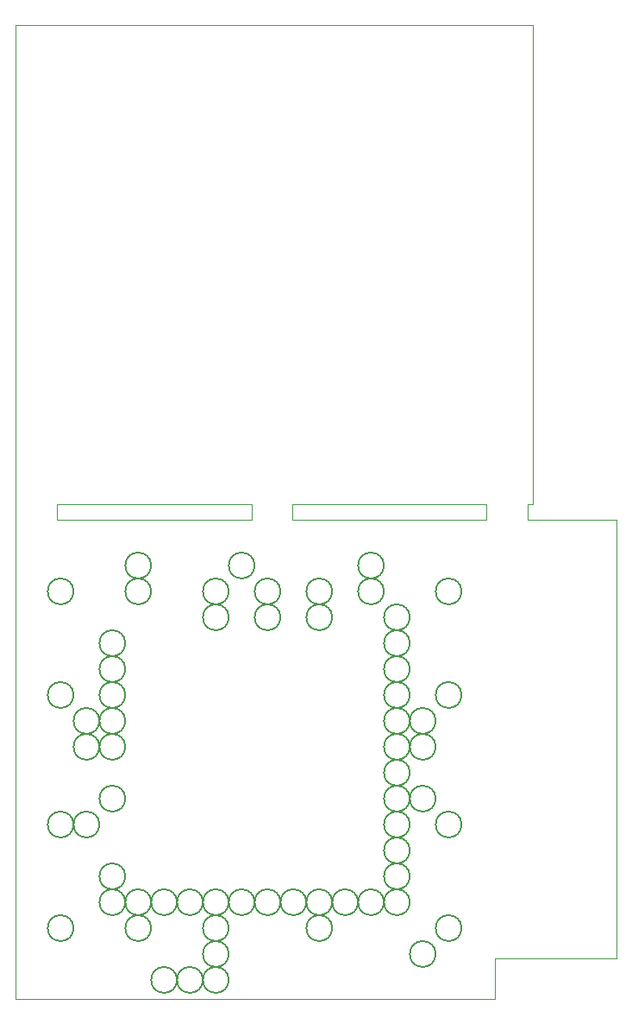
<source format=gbo>
G04 #@! TF.GenerationSoftware,KiCad,Pcbnew,5.1.9*
G04 #@! TF.CreationDate,2021-05-27T11:52:35+02:00*
G04 #@! TF.ProjectId,68040_68060_adapter,36383034-305f-4363-9830-36305f616461,0.2*
G04 #@! TF.SameCoordinates,Original*
G04 #@! TF.FileFunction,Legend,Bot*
G04 #@! TF.FilePolarity,Positive*
%FSLAX46Y46*%
G04 Gerber Fmt 4.6, Leading zero omitted, Abs format (unit mm)*
G04 Created by KiCad (PCBNEW 5.1.9) date 2021-05-27 11:52:35*
%MOMM*%
%LPD*%
G01*
G04 APERTURE LIST*
G04 #@! TA.AperFunction,Profile*
%ADD10C,0.050000*%
G04 #@! TD*
%ADD11C,0.127000*%
%ADD12C,2.012400*%
%ADD13C,1.500000*%
%ADD14O,1.700000X1.700000*%
%ADD15R,1.700000X1.700000*%
G04 APERTURE END LIST*
D10*
X161928800Y-90550000D02*
X162500000Y-90550000D01*
X161928800Y-90550000D02*
X161928800Y-92151000D01*
X158750000Y-135128000D02*
X170688000Y-135128000D01*
X158750000Y-139141200D02*
X158750000Y-135128000D01*
X157930000Y-92140000D02*
X138810000Y-92140000D01*
X138810000Y-90550000D02*
X157930000Y-90550000D01*
X157930000Y-90550000D02*
X157930000Y-92140000D01*
X138810000Y-90550000D02*
X138810000Y-92140000D01*
X111644200Y-43561000D02*
X111644200Y-139141000D01*
X134850000Y-92140000D02*
X115730000Y-92140000D01*
X115730000Y-90550000D02*
X134850000Y-90550000D01*
X134850000Y-90550000D02*
X134850000Y-92140000D01*
X162500000Y-90550000D02*
X162500000Y-43561000D01*
X170699200Y-92151000D02*
X161928800Y-92151000D01*
X115730000Y-90550000D02*
X115730000Y-92140000D01*
X162500000Y-43561000D02*
X111644200Y-43561000D01*
X111644200Y-139141000D02*
X158750000Y-139141200D01*
X170688000Y-135128000D02*
X170699200Y-92151000D01*
D11*
X124979200Y-96596000D02*
G75*
G03*
X124979200Y-96596000I-1270000J0D01*
G01*
X135139200Y-96596000D02*
G75*
G03*
X135139200Y-96596000I-1270000J0D01*
G01*
X117359200Y-121996000D02*
G75*
G03*
X117359200Y-121996000I-1270000J0D01*
G01*
X117359200Y-109296000D02*
G75*
G03*
X117359200Y-109296000I-1270000J0D01*
G01*
X132599200Y-137236000D02*
G75*
G03*
X132599200Y-137236000I-1270000J0D01*
G01*
X130059200Y-137236000D02*
G75*
G03*
X130059200Y-137236000I-1270000J0D01*
G01*
X127519200Y-137236000D02*
G75*
G03*
X127519200Y-137236000I-1270000J0D01*
G01*
X142759200Y-99136000D02*
G75*
G03*
X142759200Y-99136000I-1270000J0D01*
G01*
X137679200Y-99136000D02*
G75*
G03*
X137679200Y-99136000I-1270000J0D01*
G01*
X132599200Y-99136000D02*
G75*
G03*
X132599200Y-99136000I-1270000J0D01*
G01*
X124979200Y-99136000D02*
G75*
G03*
X124979200Y-99136000I-1270000J0D01*
G01*
X117359200Y-99136000D02*
G75*
G03*
X117359200Y-99136000I-1270000J0D01*
G01*
X119899200Y-121996000D02*
G75*
G03*
X119899200Y-121996000I-1270000J0D01*
G01*
X119899200Y-114376000D02*
G75*
G03*
X119899200Y-114376000I-1270000J0D01*
G01*
X119899200Y-111836000D02*
G75*
G03*
X119899200Y-111836000I-1270000J0D01*
G01*
X142759200Y-132156000D02*
G75*
G03*
X142759200Y-132156000I-1270000J0D01*
G01*
X132599200Y-134696000D02*
G75*
G03*
X132599200Y-134696000I-1270000J0D01*
G01*
X132599200Y-132156000D02*
G75*
G03*
X132599200Y-132156000I-1270000J0D01*
G01*
X124979200Y-132156000D02*
G75*
G03*
X124979200Y-132156000I-1270000J0D01*
G01*
X117359200Y-132156000D02*
G75*
G03*
X117359200Y-132156000I-1270000J0D01*
G01*
X147839200Y-96596000D02*
G75*
G03*
X147839200Y-96596000I-1270000J0D01*
G01*
X147839200Y-99136000D02*
G75*
G03*
X147839200Y-99136000I-1270000J0D01*
G01*
X155459200Y-99136000D02*
G75*
G03*
X155459200Y-99136000I-1270000J0D01*
G01*
X152919200Y-111836000D02*
G75*
G03*
X152919200Y-111836000I-1270000J0D01*
G01*
X152919200Y-114376000D02*
G75*
G03*
X152919200Y-114376000I-1270000J0D01*
G01*
X152919200Y-119456000D02*
G75*
G03*
X152919200Y-119456000I-1270000J0D01*
G01*
X152919200Y-134696000D02*
G75*
G03*
X152919200Y-134696000I-1270000J0D01*
G01*
X155459200Y-132156000D02*
G75*
G03*
X155459200Y-132156000I-1270000J0D01*
G01*
X155459200Y-121996000D02*
G75*
G03*
X155459200Y-121996000I-1270000J0D01*
G01*
X155459200Y-109296000D02*
G75*
G03*
X155459200Y-109296000I-1270000J0D01*
G01*
X132599200Y-101676000D02*
G75*
G03*
X132599200Y-101676000I-1270000J0D01*
G01*
X137679200Y-101676000D02*
G75*
G03*
X137679200Y-101676000I-1270000J0D01*
G01*
X142759200Y-101676000D02*
G75*
G03*
X142759200Y-101676000I-1270000J0D01*
G01*
X150379200Y-101676000D02*
G75*
G03*
X150379200Y-101676000I-1270000J0D01*
G01*
X122439200Y-104216000D02*
G75*
G03*
X122439200Y-104216000I-1270000J0D01*
G01*
X122439200Y-106756000D02*
G75*
G03*
X122439200Y-106756000I-1270000J0D01*
G01*
X122439200Y-109296000D02*
G75*
G03*
X122439200Y-109296000I-1270000J0D01*
G01*
X122439200Y-111836000D02*
G75*
G03*
X122439200Y-111836000I-1270000J0D01*
G01*
X122439200Y-114376000D02*
G75*
G03*
X122439200Y-114376000I-1270000J0D01*
G01*
X122439200Y-119456000D02*
G75*
G03*
X122439200Y-119456000I-1270000J0D01*
G01*
X122439200Y-129616000D02*
G75*
G03*
X122439200Y-129616000I-1270000J0D01*
G01*
X124979200Y-129616000D02*
G75*
G03*
X124979200Y-129616000I-1270000J0D01*
G01*
X127519200Y-129616000D02*
G75*
G03*
X127519200Y-129616000I-1270000J0D01*
G01*
X130059200Y-129616000D02*
G75*
G03*
X130059200Y-129616000I-1270000J0D01*
G01*
X132599200Y-129616000D02*
G75*
G03*
X132599200Y-129616000I-1270000J0D01*
G01*
X135139200Y-129616000D02*
G75*
G03*
X135139200Y-129616000I-1270000J0D01*
G01*
X137679200Y-129616000D02*
G75*
G03*
X137679200Y-129616000I-1270000J0D01*
G01*
X140219200Y-129616000D02*
G75*
G03*
X140219200Y-129616000I-1270000J0D01*
G01*
X142759200Y-129616000D02*
G75*
G03*
X142759200Y-129616000I-1270000J0D01*
G01*
X145299200Y-129616000D02*
G75*
G03*
X145299200Y-129616000I-1270000J0D01*
G01*
X147839200Y-129616000D02*
G75*
G03*
X147839200Y-129616000I-1270000J0D01*
G01*
X150379200Y-129616000D02*
G75*
G03*
X150379200Y-129616000I-1270000J0D01*
G01*
X150379200Y-104216000D02*
G75*
G03*
X150379200Y-104216000I-1270000J0D01*
G01*
X150379200Y-106756000D02*
G75*
G03*
X150379200Y-106756000I-1270000J0D01*
G01*
X150379200Y-109296000D02*
G75*
G03*
X150379200Y-109296000I-1270000J0D01*
G01*
X150379200Y-111836000D02*
G75*
G03*
X150379200Y-111836000I-1270000J0D01*
G01*
X150379200Y-114376000D02*
G75*
G03*
X150379200Y-114376000I-1270000J0D01*
G01*
X150379200Y-116916000D02*
G75*
G03*
X150379200Y-116916000I-1270000J0D01*
G01*
X150379200Y-119456000D02*
G75*
G03*
X150379200Y-119456000I-1270000J0D01*
G01*
X150379200Y-121996000D02*
G75*
G03*
X150379200Y-121996000I-1270000J0D01*
G01*
X150379200Y-124536000D02*
G75*
G03*
X150379200Y-124536000I-1270000J0D01*
G01*
X150379200Y-127076000D02*
G75*
G03*
X150379200Y-127076000I-1270000J0D01*
G01*
X122439200Y-127076000D02*
G75*
G03*
X122439200Y-127076000I-1270000J0D01*
G01*
%LPC*%
D12*
X138949200Y-127076000D03*
X141489200Y-127076000D03*
X144029200Y-127076000D03*
X146569200Y-127076000D03*
X121169200Y-127076000D03*
X149109200Y-127076000D03*
X149109200Y-124536000D03*
X149109200Y-121996000D03*
X149109200Y-119456000D03*
X149109200Y-116916000D03*
X149109200Y-114376000D03*
X149109200Y-111836000D03*
X149109200Y-109296000D03*
X149109200Y-106756000D03*
X149109200Y-104216000D03*
X149109200Y-129616000D03*
X146569200Y-129616000D03*
X144029200Y-129616000D03*
X141489200Y-129616000D03*
X138949200Y-129616000D03*
X136409200Y-129616000D03*
X133869200Y-129616000D03*
X131329200Y-129616000D03*
X128789200Y-129616000D03*
X126249200Y-129616000D03*
X123709200Y-129616000D03*
X121169200Y-129616000D03*
X121169200Y-119456000D03*
X121169200Y-114376000D03*
X121169200Y-111836000D03*
X121169200Y-109296000D03*
X121169200Y-106756000D03*
X121169200Y-104216000D03*
X149109200Y-101676000D03*
X141489200Y-101676000D03*
X136409200Y-101676000D03*
X131329200Y-101676000D03*
X156729200Y-94056000D03*
X156729200Y-137236000D03*
X146569200Y-134696000D03*
X146569200Y-137236000D03*
X149109200Y-137236000D03*
X149109200Y-134696000D03*
X149109200Y-132156000D03*
X146569200Y-132156000D03*
X156729200Y-134696000D03*
X156729200Y-132156000D03*
X156729200Y-129616000D03*
X156729200Y-127076000D03*
X156729200Y-124536000D03*
X156729200Y-121996000D03*
X156729200Y-119456000D03*
X156729200Y-116916000D03*
X156729200Y-114376000D03*
X156729200Y-111836000D03*
X156729200Y-109296000D03*
X154189200Y-109296000D03*
X154189200Y-111836000D03*
X154189200Y-114376000D03*
X154189200Y-116916000D03*
X154189200Y-119456000D03*
X154189200Y-121996000D03*
X154189200Y-124536000D03*
X154189200Y-127076000D03*
X154189200Y-129616000D03*
X154189200Y-132156000D03*
X154189200Y-134696000D03*
X154189200Y-137236000D03*
X151649200Y-137236000D03*
X151649200Y-134696000D03*
X151649200Y-132156000D03*
X151649200Y-127076000D03*
X151649200Y-124536000D03*
X151649200Y-121996000D03*
X151649200Y-119456000D03*
X151649200Y-116916000D03*
X151649200Y-114376000D03*
X151649200Y-111836000D03*
X151649200Y-109296000D03*
X156729200Y-106756000D03*
X154189200Y-106756000D03*
X151649200Y-106756000D03*
X156729200Y-104216000D03*
X154189200Y-104216000D03*
X151649200Y-104216000D03*
X156729200Y-101676000D03*
X154189200Y-101676000D03*
X151649200Y-101676000D03*
X156729200Y-99136000D03*
X156729200Y-96596000D03*
X154189200Y-99136000D03*
X154189200Y-96596000D03*
X151649200Y-99136000D03*
X151649200Y-96596000D03*
X149109200Y-99136000D03*
X149109200Y-96596000D03*
X146569200Y-99136000D03*
X146569200Y-96596000D03*
X116089200Y-132156000D03*
X116089200Y-134696000D03*
X116089200Y-137236000D03*
X118629200Y-137236000D03*
X118629200Y-134696000D03*
X118629200Y-132156000D03*
X118629200Y-129616000D03*
X116089200Y-129616000D03*
X118629200Y-127076000D03*
X116089200Y-127076000D03*
X154189200Y-94056000D03*
X151649200Y-94056000D03*
X149109200Y-94056000D03*
X146569200Y-94056000D03*
X113549200Y-134696000D03*
X113549200Y-132156000D03*
X113549200Y-129616000D03*
X113549200Y-127076000D03*
X121169200Y-132156000D03*
X123709200Y-132156000D03*
X126249200Y-132156000D03*
X131329200Y-132156000D03*
X133869200Y-132156000D03*
X138949200Y-132156000D03*
X138949200Y-134696000D03*
X136409200Y-134696000D03*
X133869200Y-134696000D03*
X131329200Y-134696000D03*
X128789200Y-134696000D03*
X126249200Y-134696000D03*
X123709200Y-134696000D03*
X121169200Y-134696000D03*
X141489200Y-132156000D03*
X118629200Y-101676000D03*
X118629200Y-104216000D03*
X118629200Y-106756000D03*
X118629200Y-109296000D03*
X118629200Y-111836000D03*
X118629200Y-114376000D03*
X118629200Y-116916000D03*
X118629200Y-119456000D03*
X118629200Y-121996000D03*
X113549200Y-124536000D03*
X116089200Y-99136000D03*
X118629200Y-99136000D03*
X121169200Y-99136000D03*
X123709200Y-99136000D03*
X126249200Y-99136000D03*
X128789200Y-99136000D03*
X131329200Y-99136000D03*
X133869200Y-99136000D03*
X136409200Y-99136000D03*
X138949200Y-99136000D03*
X141489200Y-99136000D03*
X113549200Y-99136000D03*
X144029200Y-99136000D03*
X118629200Y-124536000D03*
X121169200Y-137236000D03*
X123709200Y-137236000D03*
X126249200Y-137236000D03*
X128789200Y-137236000D03*
X131329200Y-137236000D03*
X136409200Y-137236000D03*
X138949200Y-137236000D03*
X144029200Y-137236000D03*
X116089200Y-124536000D03*
X116089200Y-101676000D03*
X116089200Y-104216000D03*
X116089200Y-106756000D03*
X116089200Y-109296000D03*
X116089200Y-111836000D03*
X116089200Y-114376000D03*
X116089200Y-116916000D03*
X116089200Y-119456000D03*
X116089200Y-121996000D03*
X144029200Y-134696000D03*
X144029200Y-132156000D03*
X141489200Y-96596000D03*
X138949200Y-96596000D03*
X136409200Y-96596000D03*
X133869200Y-96596000D03*
X131329200Y-96596000D03*
X128789200Y-96596000D03*
X126249200Y-96596000D03*
X123709200Y-96596000D03*
X121169200Y-96596000D03*
X118629200Y-96596000D03*
X116089200Y-96596000D03*
X113549200Y-96596000D03*
X113549200Y-101676000D03*
X113549200Y-104216000D03*
X113549200Y-106756000D03*
X113549200Y-109296000D03*
X113549200Y-111836000D03*
X113549200Y-114376000D03*
X113549200Y-116916000D03*
X113549200Y-119456000D03*
X113549200Y-121996000D03*
X144029200Y-96596000D03*
X144029200Y-94056000D03*
X141489200Y-94056000D03*
X138949200Y-94056000D03*
X136409200Y-94056000D03*
X133869200Y-94056000D03*
X131329200Y-94056000D03*
X128789200Y-94056000D03*
X126249200Y-94056000D03*
X123709200Y-94056000D03*
X121169200Y-94056000D03*
X118629200Y-94056000D03*
X116089200Y-94056000D03*
X113549200Y-94056000D03*
X160328000Y-110566000D03*
X160328000Y-108026000D03*
X160328000Y-105486000D03*
X160328000Y-102946000D03*
X160328000Y-100406000D03*
X160328000Y-97866000D03*
X160346000Y-49276000D03*
X160346000Y-51816000D03*
X160346000Y-54356000D03*
X160346000Y-56896000D03*
X160346000Y-59436000D03*
X160346000Y-61976000D03*
X138967200Y-78486000D03*
X141507200Y-78486000D03*
X144047200Y-78486000D03*
X146587200Y-78486000D03*
X113567200Y-45466000D03*
X116107200Y-45466000D03*
X118647200Y-45466000D03*
X121187200Y-45466000D03*
X123727200Y-45466000D03*
X126267200Y-45466000D03*
X128807200Y-45466000D03*
X131347200Y-45466000D03*
X133887200Y-45466000D03*
X136427200Y-45466000D03*
X138967200Y-45466000D03*
X141507200Y-45466000D03*
X144047200Y-45466000D03*
X144047200Y-48006000D03*
X113567200Y-73406000D03*
X113567200Y-70866000D03*
X113567200Y-68326000D03*
X113567200Y-65786000D03*
X113567200Y-63246000D03*
X113567200Y-60706000D03*
X113567200Y-58166000D03*
X113567200Y-55626000D03*
X113567200Y-53086000D03*
X113567200Y-48006000D03*
X116107200Y-48006000D03*
X118647200Y-48006000D03*
X121187200Y-48006000D03*
X123727200Y-48006000D03*
X126267200Y-48006000D03*
X128807200Y-48006000D03*
X131347200Y-48006000D03*
X133887200Y-48006000D03*
X136427200Y-48006000D03*
X138967200Y-48006000D03*
X141507200Y-48006000D03*
X144047200Y-83566000D03*
X144047200Y-86106000D03*
X116107200Y-73406000D03*
X116107200Y-70866000D03*
X116107200Y-68326000D03*
X116107200Y-65786000D03*
X116107200Y-63246000D03*
X116107200Y-60706000D03*
X116107200Y-58166000D03*
X116107200Y-55626000D03*
X116107200Y-53086000D03*
X116107200Y-75946000D03*
X144047200Y-88646000D03*
X141507200Y-88646000D03*
X138967200Y-88646000D03*
X136427200Y-88646000D03*
X133887200Y-88646000D03*
X131347200Y-88646000D03*
X128807200Y-88646000D03*
X126267200Y-88646000D03*
X123727200Y-88646000D03*
X121187200Y-88646000D03*
X118647200Y-75946000D03*
X144047200Y-50546000D03*
X113567200Y-50546000D03*
X141507200Y-50546000D03*
X138967200Y-50546000D03*
X136427200Y-50546000D03*
X133887200Y-50546000D03*
X131347200Y-50546000D03*
X128807200Y-50546000D03*
X126267200Y-50546000D03*
X123727200Y-50546000D03*
X121187200Y-50546000D03*
X118647200Y-50546000D03*
X116107200Y-50546000D03*
X113567200Y-75946000D03*
X118647200Y-73406000D03*
X118647200Y-70866000D03*
X118647200Y-68326000D03*
X118647200Y-65786000D03*
X118647200Y-63246000D03*
X118647200Y-60706000D03*
X118647200Y-58166000D03*
X118647200Y-55626000D03*
X118647200Y-53086000D03*
X141507200Y-86106000D03*
X141507200Y-83566000D03*
X121187200Y-86106000D03*
X123727200Y-86106000D03*
X126267200Y-86106000D03*
X128807200Y-86106000D03*
X131347200Y-86106000D03*
X133887200Y-86106000D03*
X136427200Y-86106000D03*
X138967200Y-86106000D03*
X138967200Y-83566000D03*
X136427200Y-83566000D03*
X133887200Y-83566000D03*
X131347200Y-83566000D03*
X128807200Y-83566000D03*
X126267200Y-83566000D03*
X123727200Y-83566000D03*
X121187200Y-83566000D03*
X113567200Y-78486000D03*
X113567200Y-81026000D03*
X113567200Y-83566000D03*
X113567200Y-86106000D03*
X146587200Y-45466000D03*
X149127200Y-45466000D03*
X151667200Y-45466000D03*
X154207200Y-45466000D03*
X116107200Y-78486000D03*
X118647200Y-78486000D03*
X116107200Y-81026000D03*
X118647200Y-81026000D03*
X118647200Y-83566000D03*
X118647200Y-86106000D03*
X118647200Y-88646000D03*
X116107200Y-88646000D03*
X116107200Y-86106000D03*
X116107200Y-83566000D03*
X146587200Y-48006000D03*
X146587200Y-50546000D03*
X149127200Y-48006000D03*
X149127200Y-50546000D03*
X151667200Y-48006000D03*
X151667200Y-50546000D03*
X154207200Y-48006000D03*
X154207200Y-50546000D03*
X156747200Y-48006000D03*
X156747200Y-50546000D03*
X151667200Y-53086000D03*
X154207200Y-53086000D03*
X156747200Y-53086000D03*
X151667200Y-55626000D03*
X154207200Y-55626000D03*
X156747200Y-55626000D03*
X151667200Y-58166000D03*
X154207200Y-58166000D03*
X156747200Y-58166000D03*
X151667200Y-60706000D03*
X151667200Y-63246000D03*
X151667200Y-65786000D03*
X151667200Y-68326000D03*
X151667200Y-70866000D03*
X151667200Y-73406000D03*
X151667200Y-75946000D03*
X151667200Y-78486000D03*
X151667200Y-81026000D03*
X151667200Y-83566000D03*
X151667200Y-86106000D03*
X151667200Y-88646000D03*
X154207200Y-88646000D03*
X154207200Y-86106000D03*
X154207200Y-83566000D03*
X154207200Y-81026000D03*
X154207200Y-78486000D03*
X154207200Y-75946000D03*
X154207200Y-73406000D03*
X154207200Y-70866000D03*
X154207200Y-68326000D03*
X154207200Y-65786000D03*
X154207200Y-63246000D03*
X154207200Y-60706000D03*
X156747200Y-60706000D03*
X156747200Y-63246000D03*
X156747200Y-65786000D03*
X156747200Y-68326000D03*
X156747200Y-70866000D03*
X156747200Y-73406000D03*
X156747200Y-75946000D03*
X156747200Y-78486000D03*
X156747200Y-81026000D03*
X156747200Y-83566000D03*
X156747200Y-86106000D03*
X146587200Y-83566000D03*
X149127200Y-83566000D03*
X149127200Y-86106000D03*
X149127200Y-88646000D03*
X146587200Y-88646000D03*
X146587200Y-86106000D03*
X156747200Y-88646000D03*
X156747200Y-45466000D03*
D13*
X159867600Y-91363800D03*
X136906000Y-91338400D03*
X113766600Y-91338400D03*
D14*
X163322000Y-133096000D03*
D15*
X160782000Y-133096000D03*
X163350000Y-102950000D03*
D14*
X163350000Y-100410000D03*
X163350000Y-97870000D03*
M02*

</source>
